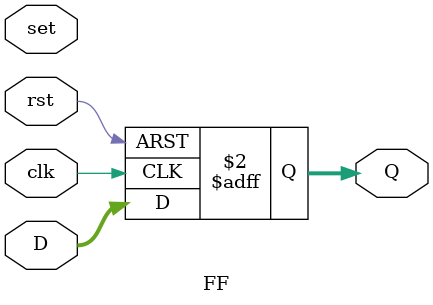
<source format=v>

module FF(input clk, rst, set, input [3:0] D, output [3:0] Q);
reg Q;
	always @ (posedge clk or	posedge rst) begin
		if (rst)
		  Q <= 4'b0000;
	else
		  Q <= D;
	end
endmodule

</source>
